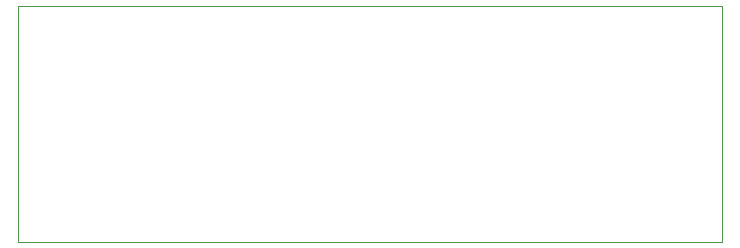
<source format=gko>
G75*
%MOIN*%
%OFA0B0*%
%FSLAX24Y24*%
%IPPOS*%
%LPD*%
%AMOC8*
5,1,8,0,0,1.08239X$1,22.5*
%
%ADD10C,0.0000*%
D10*
X002750Y000100D02*
X002750Y007970D01*
X026242Y007970D01*
X026242Y000100D01*
X002750Y000100D01*
M02*

</source>
